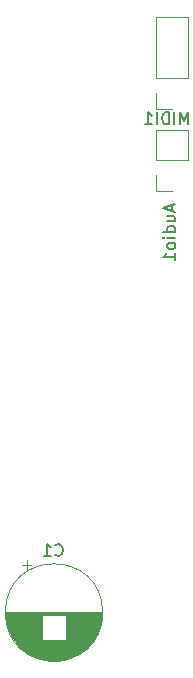
<source format=gbr>
G04 #@! TF.GenerationSoftware,KiCad,Pcbnew,(5.0.1-3-g963ef8bb5)*
G04 #@! TF.CreationDate,2019-07-05T13:12:53+05:30*
G04 #@! TF.ProjectId,8knobs-v2.1-orderworkshop,386B6E6F62732D76322E312D6F726465,rev?*
G04 #@! TF.SameCoordinates,Original*
G04 #@! TF.FileFunction,Legend,Bot*
G04 #@! TF.FilePolarity,Positive*
%FSLAX46Y46*%
G04 Gerber Fmt 4.6, Leading zero omitted, Abs format (unit mm)*
G04 Created by KiCad (PCBNEW (5.0.1-3-g963ef8bb5)) date 2019 July 05, Friday 13:12:53*
%MOMM*%
%LPD*%
G01*
G04 APERTURE LIST*
%ADD10C,0.120000*%
%ADD11C,0.150000*%
G04 APERTURE END LIST*
D10*
G04 #@! TO.C,C1*
X191118000Y-121365000D02*
G75*
G03X191118000Y-121365000I-4120000J0D01*
G01*
X182918000Y-121365000D02*
X191078000Y-121365000D01*
X182918000Y-121405000D02*
X191078000Y-121405000D01*
X182918000Y-121445000D02*
X191078000Y-121445000D01*
X182919000Y-121485000D02*
X191077000Y-121485000D01*
X182921000Y-121525000D02*
X191075000Y-121525000D01*
X182922000Y-121565000D02*
X191074000Y-121565000D01*
X182924000Y-121605000D02*
X185958000Y-121605000D01*
X188038000Y-121605000D02*
X191072000Y-121605000D01*
X182927000Y-121645000D02*
X185958000Y-121645000D01*
X188038000Y-121645000D02*
X191069000Y-121645000D01*
X182930000Y-121685000D02*
X185958000Y-121685000D01*
X188038000Y-121685000D02*
X191066000Y-121685000D01*
X182933000Y-121725000D02*
X185958000Y-121725000D01*
X188038000Y-121725000D02*
X191063000Y-121725000D01*
X182937000Y-121765000D02*
X185958000Y-121765000D01*
X188038000Y-121765000D02*
X191059000Y-121765000D01*
X182941000Y-121805000D02*
X185958000Y-121805000D01*
X188038000Y-121805000D02*
X191055000Y-121805000D01*
X182946000Y-121845000D02*
X185958000Y-121845000D01*
X188038000Y-121845000D02*
X191050000Y-121845000D01*
X182950000Y-121885000D02*
X185958000Y-121885000D01*
X188038000Y-121885000D02*
X191046000Y-121885000D01*
X182956000Y-121925000D02*
X185958000Y-121925000D01*
X188038000Y-121925000D02*
X191040000Y-121925000D01*
X182961000Y-121965000D02*
X185958000Y-121965000D01*
X188038000Y-121965000D02*
X191035000Y-121965000D01*
X182968000Y-122005000D02*
X185958000Y-122005000D01*
X188038000Y-122005000D02*
X191028000Y-122005000D01*
X182974000Y-122045000D02*
X185958000Y-122045000D01*
X188038000Y-122045000D02*
X191022000Y-122045000D01*
X182981000Y-122086000D02*
X185958000Y-122086000D01*
X188038000Y-122086000D02*
X191015000Y-122086000D01*
X182988000Y-122126000D02*
X185958000Y-122126000D01*
X188038000Y-122126000D02*
X191008000Y-122126000D01*
X182996000Y-122166000D02*
X185958000Y-122166000D01*
X188038000Y-122166000D02*
X191000000Y-122166000D01*
X183004000Y-122206000D02*
X185958000Y-122206000D01*
X188038000Y-122206000D02*
X190992000Y-122206000D01*
X183013000Y-122246000D02*
X185958000Y-122246000D01*
X188038000Y-122246000D02*
X190983000Y-122246000D01*
X183022000Y-122286000D02*
X185958000Y-122286000D01*
X188038000Y-122286000D02*
X190974000Y-122286000D01*
X183031000Y-122326000D02*
X185958000Y-122326000D01*
X188038000Y-122326000D02*
X190965000Y-122326000D01*
X183041000Y-122366000D02*
X185958000Y-122366000D01*
X188038000Y-122366000D02*
X190955000Y-122366000D01*
X183051000Y-122406000D02*
X185958000Y-122406000D01*
X188038000Y-122406000D02*
X190945000Y-122406000D01*
X183062000Y-122446000D02*
X185958000Y-122446000D01*
X188038000Y-122446000D02*
X190934000Y-122446000D01*
X183073000Y-122486000D02*
X185958000Y-122486000D01*
X188038000Y-122486000D02*
X190923000Y-122486000D01*
X183084000Y-122526000D02*
X185958000Y-122526000D01*
X188038000Y-122526000D02*
X190912000Y-122526000D01*
X183096000Y-122566000D02*
X185958000Y-122566000D01*
X188038000Y-122566000D02*
X190900000Y-122566000D01*
X183109000Y-122606000D02*
X185958000Y-122606000D01*
X188038000Y-122606000D02*
X190887000Y-122606000D01*
X183121000Y-122646000D02*
X185958000Y-122646000D01*
X188038000Y-122646000D02*
X190875000Y-122646000D01*
X183135000Y-122686000D02*
X185958000Y-122686000D01*
X188038000Y-122686000D02*
X190861000Y-122686000D01*
X183148000Y-122726000D02*
X185958000Y-122726000D01*
X188038000Y-122726000D02*
X190848000Y-122726000D01*
X183163000Y-122766000D02*
X185958000Y-122766000D01*
X188038000Y-122766000D02*
X190833000Y-122766000D01*
X183177000Y-122806000D02*
X185958000Y-122806000D01*
X188038000Y-122806000D02*
X190819000Y-122806000D01*
X183193000Y-122846000D02*
X185958000Y-122846000D01*
X188038000Y-122846000D02*
X190803000Y-122846000D01*
X183208000Y-122886000D02*
X185958000Y-122886000D01*
X188038000Y-122886000D02*
X190788000Y-122886000D01*
X183224000Y-122926000D02*
X185958000Y-122926000D01*
X188038000Y-122926000D02*
X190772000Y-122926000D01*
X183241000Y-122966000D02*
X185958000Y-122966000D01*
X188038000Y-122966000D02*
X190755000Y-122966000D01*
X183258000Y-123006000D02*
X185958000Y-123006000D01*
X188038000Y-123006000D02*
X190738000Y-123006000D01*
X183276000Y-123046000D02*
X185958000Y-123046000D01*
X188038000Y-123046000D02*
X190720000Y-123046000D01*
X183294000Y-123086000D02*
X185958000Y-123086000D01*
X188038000Y-123086000D02*
X190702000Y-123086000D01*
X183312000Y-123126000D02*
X185958000Y-123126000D01*
X188038000Y-123126000D02*
X190684000Y-123126000D01*
X183332000Y-123166000D02*
X185958000Y-123166000D01*
X188038000Y-123166000D02*
X190664000Y-123166000D01*
X183351000Y-123206000D02*
X185958000Y-123206000D01*
X188038000Y-123206000D02*
X190645000Y-123206000D01*
X183371000Y-123246000D02*
X185958000Y-123246000D01*
X188038000Y-123246000D02*
X190625000Y-123246000D01*
X183392000Y-123286000D02*
X185958000Y-123286000D01*
X188038000Y-123286000D02*
X190604000Y-123286000D01*
X183414000Y-123326000D02*
X185958000Y-123326000D01*
X188038000Y-123326000D02*
X190582000Y-123326000D01*
X183436000Y-123366000D02*
X185958000Y-123366000D01*
X188038000Y-123366000D02*
X190560000Y-123366000D01*
X183458000Y-123406000D02*
X185958000Y-123406000D01*
X188038000Y-123406000D02*
X190538000Y-123406000D01*
X183481000Y-123446000D02*
X185958000Y-123446000D01*
X188038000Y-123446000D02*
X190515000Y-123446000D01*
X183505000Y-123486000D02*
X185958000Y-123486000D01*
X188038000Y-123486000D02*
X190491000Y-123486000D01*
X183529000Y-123526000D02*
X185958000Y-123526000D01*
X188038000Y-123526000D02*
X190467000Y-123526000D01*
X183554000Y-123566000D02*
X185958000Y-123566000D01*
X188038000Y-123566000D02*
X190442000Y-123566000D01*
X183580000Y-123606000D02*
X185958000Y-123606000D01*
X188038000Y-123606000D02*
X190416000Y-123606000D01*
X183606000Y-123646000D02*
X185958000Y-123646000D01*
X188038000Y-123646000D02*
X190390000Y-123646000D01*
X183633000Y-123686000D02*
X190363000Y-123686000D01*
X183660000Y-123726000D02*
X190336000Y-123726000D01*
X183689000Y-123766000D02*
X190307000Y-123766000D01*
X183718000Y-123806000D02*
X190278000Y-123806000D01*
X183748000Y-123846000D02*
X190248000Y-123846000D01*
X183778000Y-123886000D02*
X190218000Y-123886000D01*
X183809000Y-123926000D02*
X190187000Y-123926000D01*
X183842000Y-123966000D02*
X190154000Y-123966000D01*
X183874000Y-124006000D02*
X190122000Y-124006000D01*
X183908000Y-124046000D02*
X190088000Y-124046000D01*
X183943000Y-124086000D02*
X190053000Y-124086000D01*
X183979000Y-124126000D02*
X190017000Y-124126000D01*
X184015000Y-124166000D02*
X189981000Y-124166000D01*
X184053000Y-124206000D02*
X189943000Y-124206000D01*
X184091000Y-124246000D02*
X189905000Y-124246000D01*
X184131000Y-124286000D02*
X189865000Y-124286000D01*
X184172000Y-124326000D02*
X189824000Y-124326000D01*
X184214000Y-124366000D02*
X189782000Y-124366000D01*
X184257000Y-124406000D02*
X189739000Y-124406000D01*
X184301000Y-124446000D02*
X189695000Y-124446000D01*
X184347000Y-124486000D02*
X189649000Y-124486000D01*
X184394000Y-124526000D02*
X189602000Y-124526000D01*
X184442000Y-124566000D02*
X189554000Y-124566000D01*
X184493000Y-124606000D02*
X189503000Y-124606000D01*
X184544000Y-124646000D02*
X189452000Y-124646000D01*
X184598000Y-124686000D02*
X189398000Y-124686000D01*
X184653000Y-124726000D02*
X189343000Y-124726000D01*
X184711000Y-124766000D02*
X189285000Y-124766000D01*
X184770000Y-124806000D02*
X189226000Y-124806000D01*
X184832000Y-124846000D02*
X189164000Y-124846000D01*
X184896000Y-124886000D02*
X189100000Y-124886000D01*
X184964000Y-124926000D02*
X189032000Y-124926000D01*
X185034000Y-124966000D02*
X188962000Y-124966000D01*
X185108000Y-125006000D02*
X188888000Y-125006000D01*
X185185000Y-125046000D02*
X188811000Y-125046000D01*
X185267000Y-125086000D02*
X188729000Y-125086000D01*
X185353000Y-125126000D02*
X188643000Y-125126000D01*
X185446000Y-125166000D02*
X188550000Y-125166000D01*
X185545000Y-125206000D02*
X188451000Y-125206000D01*
X185652000Y-125246000D02*
X188344000Y-125246000D01*
X185769000Y-125286000D02*
X188227000Y-125286000D01*
X185900000Y-125326000D02*
X188096000Y-125326000D01*
X186050000Y-125366000D02*
X187946000Y-125366000D01*
X186230000Y-125406000D02*
X187766000Y-125406000D01*
X186465000Y-125446000D02*
X187531000Y-125446000D01*
X184683000Y-116955302D02*
X184683000Y-117755302D01*
X184283000Y-117355302D02*
X185083000Y-117355302D01*
G04 #@! TO.C,Audio1*
X195668000Y-80495000D02*
X198328000Y-80495000D01*
X195668000Y-83095000D02*
X195668000Y-80495000D01*
X198328000Y-83095000D02*
X198328000Y-80495000D01*
X195668000Y-83095000D02*
X198328000Y-83095000D01*
X195668000Y-84365000D02*
X195668000Y-85695000D01*
X195668000Y-85695000D02*
X196998000Y-85695000D01*
G04 #@! TO.C,MIDI1*
X195668000Y-70955000D02*
X198328000Y-70955000D01*
X195668000Y-76095000D02*
X195668000Y-70955000D01*
X198328000Y-76095000D02*
X198328000Y-70955000D01*
X195668000Y-76095000D02*
X198328000Y-76095000D01*
X195668000Y-77365000D02*
X195668000Y-78695000D01*
X195668000Y-78695000D02*
X196998000Y-78695000D01*
G04 #@! TO.C,C1*
D11*
X187114666Y-116472142D02*
X187162285Y-116519761D01*
X187305142Y-116567380D01*
X187400380Y-116567380D01*
X187543238Y-116519761D01*
X187638476Y-116424523D01*
X187686095Y-116329285D01*
X187733714Y-116138809D01*
X187733714Y-115995952D01*
X187686095Y-115805476D01*
X187638476Y-115710238D01*
X187543238Y-115615000D01*
X187400380Y-115567380D01*
X187305142Y-115567380D01*
X187162285Y-115615000D01*
X187114666Y-115662619D01*
X186162285Y-116567380D02*
X186733714Y-116567380D01*
X186448000Y-116567380D02*
X186448000Y-115567380D01*
X186543238Y-115710238D01*
X186638476Y-115805476D01*
X186733714Y-115853095D01*
G04 #@! TO.C,Audio1*
X196964666Y-86905476D02*
X196964666Y-87381666D01*
X197250380Y-86810238D02*
X196250380Y-87143571D01*
X197250380Y-87476904D01*
X196583714Y-88238809D02*
X197250380Y-88238809D01*
X196583714Y-87810238D02*
X197107523Y-87810238D01*
X197202761Y-87857857D01*
X197250380Y-87953095D01*
X197250380Y-88095952D01*
X197202761Y-88191190D01*
X197155142Y-88238809D01*
X197250380Y-89143571D02*
X196250380Y-89143571D01*
X197202761Y-89143571D02*
X197250380Y-89048333D01*
X197250380Y-88857857D01*
X197202761Y-88762619D01*
X197155142Y-88715000D01*
X197059904Y-88667380D01*
X196774190Y-88667380D01*
X196678952Y-88715000D01*
X196631333Y-88762619D01*
X196583714Y-88857857D01*
X196583714Y-89048333D01*
X196631333Y-89143571D01*
X197250380Y-89619761D02*
X196583714Y-89619761D01*
X196250380Y-89619761D02*
X196298000Y-89572142D01*
X196345619Y-89619761D01*
X196298000Y-89667380D01*
X196250380Y-89619761D01*
X196345619Y-89619761D01*
X197250380Y-90238809D02*
X197202761Y-90143571D01*
X197155142Y-90095952D01*
X197059904Y-90048333D01*
X196774190Y-90048333D01*
X196678952Y-90095952D01*
X196631333Y-90143571D01*
X196583714Y-90238809D01*
X196583714Y-90381666D01*
X196631333Y-90476904D01*
X196678952Y-90524523D01*
X196774190Y-90572142D01*
X197059904Y-90572142D01*
X197155142Y-90524523D01*
X197202761Y-90476904D01*
X197250380Y-90381666D01*
X197250380Y-90238809D01*
X197250380Y-91524523D02*
X197250380Y-90953095D01*
X197250380Y-91238809D02*
X196250380Y-91238809D01*
X196393238Y-91143571D01*
X196488476Y-91048333D01*
X196536095Y-90953095D01*
G04 #@! TO.C,MIDI1*
X198333714Y-80017380D02*
X198333714Y-79017380D01*
X198000380Y-79731666D01*
X197667047Y-79017380D01*
X197667047Y-80017380D01*
X197190857Y-80017380D02*
X197190857Y-79017380D01*
X196714666Y-80017380D02*
X196714666Y-79017380D01*
X196476571Y-79017380D01*
X196333714Y-79065000D01*
X196238476Y-79160238D01*
X196190857Y-79255476D01*
X196143238Y-79445952D01*
X196143238Y-79588809D01*
X196190857Y-79779285D01*
X196238476Y-79874523D01*
X196333714Y-79969761D01*
X196476571Y-80017380D01*
X196714666Y-80017380D01*
X195714666Y-80017380D02*
X195714666Y-79017380D01*
X194714666Y-80017380D02*
X195286095Y-80017380D01*
X195000380Y-80017380D02*
X195000380Y-79017380D01*
X195095619Y-79160238D01*
X195190857Y-79255476D01*
X195286095Y-79303095D01*
G04 #@! TD*
M02*

</source>
